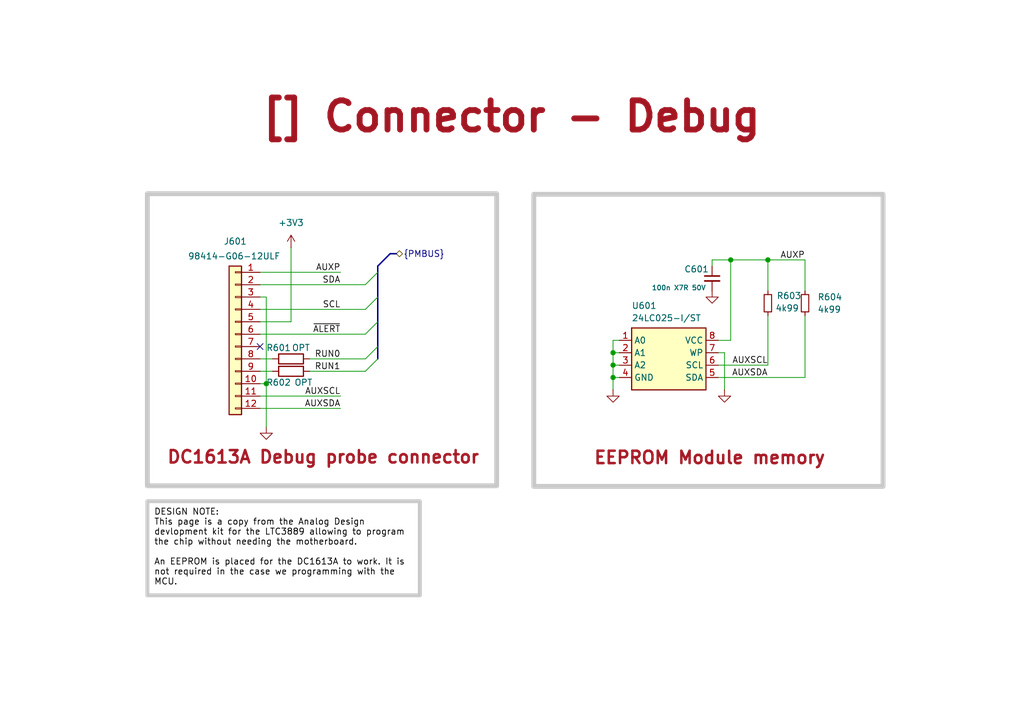
<source format=kicad_sch>
(kicad_sch (version 20231120) (generator "eeschema") (generator_version "8.0")
  (paper "A5")
  (title_block (title "Connector - Debug") (date "Last Modified Date") (rev "${REVISION}") (company "${COMPANY}"))
  (lib_symbols
    (symbol "Connector_Generic:Conn_01x12" (pin_names (offset 1.016) hide)
      (property "Reference" "J" (at 0 15.24 0))
      (property "Value" "Conn_01x12" (at 0 -17.78 0))
      (symbol "Conn_01x12_1_1"
        (rectangle (start -1.27 -15.113) (end 0 -15.367) (stroke (width 0.1524)))
        (rectangle (start -1.27 -12.573) (end 0 -12.827) (stroke (width 0.1524)))
        (rectangle (start -1.27 -10.033) (end 0 -10.287) (stroke (width 0.1524)))
        (rectangle (start -1.27 -7.493) (end 0 -7.747) (stroke (width 0.1524)))
        (rectangle (start -1.27 -4.953) (end 0 -5.207) (stroke (width 0.1524)))
        (rectangle (start -1.27 -2.413) (end 0 -2.667) (stroke (width 0.1524)))
        (rectangle (start -1.27 0.127) (end 0 -0.127) (stroke (width 0.1524)))
        (rectangle (start -1.27 2.667) (end 0 2.413) (stroke (width 0.1524)))
        (rectangle (start -1.27 5.207) (end 0 4.953) (stroke (width 0.1524)))
        (rectangle (start -1.27 7.747) (end 0 7.493) (stroke (width 0.1524)))
        (rectangle (start -1.27 10.287) (end 0 10.033) (stroke (width 0.1524)))
        (rectangle (start -1.27 12.827) (end 0 12.573) (stroke (width 0.1524)))
        (rectangle (start -1.27 13.97) (end 1.27 -16.51) (stroke (width 0.254)) (fill (type background)))
        (pin passive line (at -5.08 12.7 0) (length 3.81) (name "Pin_1") (number "1"))
        (pin passive line (at -5.08 -10.16 0) (length 3.81) (name "Pin_10") (number "10"))
        (pin passive line (at -5.08 -12.7 0) (length 3.81) (name "Pin_11") (number "11"))
        (pin passive line (at -5.08 -15.24 0) (length 3.81) (name "Pin_12") (number "12"))
        (pin passive line (at -5.08 10.16 0) (length 3.81) (name "Pin_2") (number "2"))
        (pin passive line (at -5.08 7.62 0) (length 3.81) (name "Pin_3") (number "3"))
        (pin passive line (at -5.08 5.08 0) (length 3.81) (name "Pin_4") (number "4"))
        (pin passive line (at -5.08 2.54 0) (length 3.81) (name "Pin_5") (number "5"))
        (pin passive line (at -5.08 0 0) (length 3.81) (name "Pin_6") (number "6"))
        (pin passive line (at -5.08 -2.54 0) (length 3.81) (name "Pin_7") (number "7"))
        (pin passive line (at -5.08 -5.08 0) (length 3.81) (name "Pin_8") (number "8"))
        (pin passive line (at -5.08 -7.62 0) (length 3.81) (name "Pin_9") (number "9"))
      )
    )
    (symbol "Device:C_Small" (pin_numbers hide) (pin_names (offset 0.254) hide)
      (property "Reference" "C" (at 0.254 1.778 0))
      (property "Value" "C_Small" (at 0.254 -2.032 0))
      (symbol "C_Small_0_1"
        (polyline (pts (xy -1.524 -0.508) (xy 1.524 -0.508)) (stroke (width 0.3302)))
        (polyline (pts (xy -1.524 0.508) (xy 1.524 0.508)) (stroke (width 0.3048)))
      )
      (symbol "C_Small_1_1"
        (pin passive line (at 0 2.54 270) (length 2.032) (name "~") (number "1"))
        (pin passive line (at 0 -2.54 90) (length 2.032) (name "~") (number "2"))
      )
    )
    (symbol "Device:R" (pin_numbers hide) (pin_names (offset 0))
      (property "Reference" "R" (at 2.032 0 90))
      (property "Value" "R" (at 0 0 90))
      (symbol "R_0_1"
        (rectangle (start -1.016 -2.54) (end 1.016 2.54) (stroke (width 0.254)))
      )
      (symbol "R_1_1"
        (pin passive line (at 0 3.81 270) (length 1.27) (name "~") (number "1"))
        (pin passive line (at 0 -3.81 90) (length 1.27) (name "~") (number "2"))
      )
    )
    (symbol "Device:R_Small" (pin_numbers hide) (pin_names (offset 0.254) hide)
      (property "Reference" "R" (at 0.762 0.508 0))
      (property "Value" "R_Small" (at 0.762 -1.016 0))
      (symbol "R_Small_0_1"
        (rectangle (start -0.762 1.778) (end 0.762 -1.778) (stroke (width 0.2032)))
      )
      (symbol "R_Small_1_1"
        (pin passive line (at 0 2.54 270) (length 0.762) (name "~") (number "1"))
        (pin passive line (at 0 -2.54 90) (length 0.762) (name "~") (number "2"))
      )
    )
    (symbol "Memory_EEPROM:24LC02"
      (property "Reference" "U1" (at -7.62 9.652 0))
      (property "Value" "24LC025-I/ST" (at -7.62 7.112 0))
      (symbol "24LC02_1_1"
        (rectangle (start -7.62 5.08) (end 7.62 -7.62) (stroke (width 0.254)) (fill (type background)))
        (pin input line (at -10.16 2.54 0) (length 2.54) (name "A0") (number "1"))
        (pin input line (at -10.16 0 0) (length 2.54) (name "A1") (number "2"))
        (pin input line (at -10.16 -2.54 0) (length 2.54) (name "A2") (number "3"))
        (pin power_in line (at -10.16 -5.08 0) (length 2.54) (name "GND") (number "4"))
        (pin bidirectional line (at 10.16 -5.08 180) (length 2.54) (name "SDA") (number "5"))
        (pin input line (at 10.16 -2.54 180) (length 2.54) (name "SCL") (number "6"))
        (pin input line (at 10.16 0 180) (length 2.54) (name "WP") (number "7"))
        (pin power_in line (at 10.16 2.54 180) (length 2.54) (name "VCC") (number "8"))
      )
    )
    (symbol "power:+3V3" (power) (pin_numbers hide) (pin_names (offset 0) hide)
      (property "Value" "+3V3" (at 0 3.556 0))
      (symbol "+3V3_0_1"
        (polyline (pts (xy -0.762 1.27) (xy 0 2.54)))
        (polyline (pts (xy 0 0) (xy 0 2.54)))
        (polyline (pts (xy 0 2.54) (xy 0.762 1.27)))
      )
      (symbol "+3V3_1_1"
        (pin power_in line (at 0 0 90) (length 0) (name "~") (number "1"))
      )
    )
    (symbol "power:GND" (power) (pin_numbers hide) (pin_names (offset 0) hide)
      (property "Value" "GND" (at 0 -3.81 0))
      (symbol "GND_0_1"
        (polyline (pts (xy 0 0) (xy 0 -1.27) (xy 1.27 -1.27) (xy 0 -2.54) (xy -1.27 -1.27) (xy 0 -1.27)))
      )
      (symbol "GND_1_1"
        (pin power_in line (at 0 0 270) (length 0) (name "~") (number "1"))
      )
    )
  )
  (junction (at 157.48 53.34))
  (junction (at 125.73 74.93))
  (junction (at 125.73 72.39))
  (junction (at 54.61 78.74))
  (junction (at 125.73 77.47))
  (junction (at 149.86 53.34))
  (no_connect (at 53.34 71.12))
  (bus_entry (at 74.93 76.2) (size 2.54 -2.54))
  (bus_entry (at 74.93 73.66) (size 2.54 -2.54))
  (bus_entry (at 74.93 68.58) (size 2.54 -2.54))
  (bus_entry (at 74.93 63.5) (size 2.54 -2.54))
  (bus_entry (at 74.93 58.42) (size 2.54 -2.54))
  (wire (pts (xy 59.69 50.8) (xy 59.69 66.04)))
  (wire (pts (xy 125.73 74.93) (xy 125.73 77.47)))
  (wire (pts (xy 127 69.85) (xy 125.73 69.85)))
  (wire (pts (xy 54.61 60.96) (xy 54.61 78.74)))
  (bus (pts (xy 77.47 55.88) (xy 77.47 60.96)))
  (bus (pts (xy 77.47 54.61) (xy 77.47 55.88)))
  (wire (pts (xy 125.73 72.39) (xy 127 72.39)))
  (wire (pts (xy 148.59 80.01) (xy 148.59 72.39)))
  (wire (pts (xy 149.86 53.34) (xy 146.05 53.34)))
  (wire (pts (xy 53.34 58.42) (xy 74.93 58.42)))
  (bus (pts (xy 80.01 52.07) (xy 77.47 54.61)))
  (wire (pts (xy 127 77.47) (xy 125.73 77.47)))
  (wire (pts (xy 125.73 72.39) (xy 125.73 74.93)))
  (wire (pts (xy 125.73 74.93) (xy 127 74.93)))
  (bus (pts (xy 77.47 71.12) (xy 77.47 73.66)))
  (wire (pts (xy 149.86 53.34) (xy 149.86 69.85)))
  (wire (pts (xy 125.73 69.85) (xy 125.73 72.39)))
  (wire (pts (xy 53.34 73.66) (xy 55.88 73.66)))
  (wire (pts (xy 157.48 59.69) (xy 157.48 53.34)))
  (wire (pts (xy 147.32 77.47) (xy 165.1 77.47)))
  (wire (pts (xy 125.73 77.47) (xy 125.73 80.01)))
  (wire (pts (xy 53.34 68.58) (xy 74.93 68.58)))
  (wire (pts (xy 53.34 78.74) (xy 54.61 78.74)))
  (wire (pts (xy 147.32 74.93) (xy 157.48 74.93)))
  (wire (pts (xy 63.5 76.2) (xy 74.93 76.2)))
  (wire (pts (xy 165.1 59.69) (xy 165.1 53.34)))
  (wire (pts (xy 165.1 53.34) (xy 157.48 53.34)))
  (wire (pts (xy 147.32 69.85) (xy 149.86 69.85)))
  (wire (pts (xy 53.34 55.88) (xy 69.85 55.88)))
  (wire (pts (xy 146.05 53.34) (xy 146.05 54.61)))
  (bus (pts (xy 77.47 66.04) (xy 77.47 71.12)))
  (wire (pts (xy 63.5 73.66) (xy 74.93 73.66)))
  (wire (pts (xy 157.48 64.77) (xy 157.48 74.93)))
  (wire (pts (xy 148.59 72.39) (xy 147.32 72.39)))
  (wire (pts (xy 53.34 60.96) (xy 54.61 60.96)))
  (wire (pts (xy 165.1 64.77) (xy 165.1 77.47)))
  (wire (pts (xy 53.34 66.04) (xy 59.69 66.04)))
  (wire (pts (xy 157.48 53.34) (xy 149.86 53.34)))
  (wire (pts (xy 53.34 76.2) (xy 55.88 76.2)))
  (wire (pts (xy 53.34 81.28) (xy 69.85 81.28)))
  (wire (pts (xy 53.34 63.5) (xy 74.93 63.5)))
  (bus (pts (xy 77.47 60.96) (xy 77.47 66.04)))
  (wire (pts (xy 53.34 83.82) (xy 69.85 83.82)))
  (bus (pts (xy 80.01 52.07) (xy 81.28 52.07)))
  (wire (pts (xy 54.61 78.74) (xy 54.61 87.63)))
  (rectangle (start 30.226 39.751) (end 101.854 99.695) (stroke (width 1) (color 200 200 200 1)))
  (rectangle (start 109.474 39.878) (end 181.102 99.822) (stroke (width 1) (color 200 200 200 1)))
  (text_box "DESIGN NOTE:\nThis page is a copy from the Analog Design devlopment kit for the LTC3889 allowing to program the chip without needing the motherboard. \n\nAn EEPROM is placed for the DC1613A to work. It is not required in the case we programming with the MCU." (at 30.226 102.87 0) (size 55.88 19.304) (stroke (width 0.8) (color 200 200 200 1)) (effects (font (size 1.27 1.27)) (justify left top)))
  (text_box "[${#}] ${TITLE}" (at 12.192 17.526 0) (size 185.42 12.7) (stroke (width -0.0001)) (effects (font (size 6 6) (thickness 1.2) (bold yes))))
  (text_box "DC1613A Debug probe connector" (at 30.734 89.535 0) (size 71.12 7.62) (stroke (width -0.0001)) (effects (font (size 2.54 2.54) (thickness 0.508) (bold yes)) (justify bottom)))
  (text_box "EEPROM Module memory" (at 109.982 89.662 0) (size 71.12 7.62) (stroke (width -0.0001)) (effects (font (size 2.54 2.54) (thickness 0.508) (bold yes)) (justify bottom)))
  (label "AUXSDA" (at 69.85 83.82 180))
  (label "SCL" (at 69.85 63.5 180))
  (label "RUN0" (at 69.85 73.66 180))
  (label "AUXP" (at 69.85 55.88 180))
  (label "RUN1" (at 69.85 76.2 180))
  (label "AUXP" (at 165.1 53.34 180))
  (label "AUXSCL" (at 69.85 81.28 180))
  (label "SDA" (at 69.85 58.42 180))
  (label "~{ALERT}" (at 69.85 68.58 180))
  (label "AUXSCL" (at 157.48 74.93 180))
  (label "AUXSDA" (at 157.48 77.47 180))
  (hierarchical_label "{PMBUS}" (shape bidirectional) (at 81.28 52.07 0))
  (symbol (lib_id "Device:R") (at 59.69 73.66 90) (unit 1)
    (property "Reference" "R601" (at 57.15 71.374 90))
    (property "Value" "OPT" (at 61.722 71.374 90))
    (property "Description" "Resistor" (effects (hide yes)))
  )
  (symbol (lib_id "Device:R_Small") (at 157.48 62.23 0) (unit 1)
    (property "Reference" "R603" (at 159.258 60.706 0) (effects (justify left)))
    (property "Value" "4k99" (at 159.004 63.246 0) (effects (justify left)))
    (property "Description" "Resistor, small symbol" (effects (hide yes)))
  )
  (symbol (lib_id "power:GND") (at 54.61 87.63 0) (unit 1)
    (property "Reference" "#PWR0601" (effects (hide yes)))
    (property "Value" "GND" (effects (hide yes)))
    (property "Description" "Power symbol creates a global label with name \"GND\" , ground" (effects (hide yes)))
  )
  (symbol (lib_id "Memory_EEPROM:24LC02") (at 137.16 72.39 0) (unit 1)
    (property "Reference" "U601" (at 129.54 62.738 0) (effects (justify left)))
    (property "Value" "24LC025-I/ST" (at 129.54 65.278 0) (effects (justify left)))
    (property "Datasheet" "http://ww1.microchip.com/downloads/en/DeviceDoc/21709c.pdf" (effects (hide yes)))
    (property "Description" "I2C Serial EEPROM, 2Kb, DIP-8/SOIC-8/TSSOP-8/DFN-8" (effects (hide yes)))
  )
  (symbol (lib_id "power:GND") (at 148.59 80.01 0) (unit 1)
    (property "Reference" "#PWR0605" (effects (hide yes)))
    (property "Value" "GND" (effects (hide yes)))
    (property "Description" "Power symbol creates a global label with name \"GND\" , ground" (effects (hide yes)))
  )
  (symbol (lib_id "Device:R") (at 59.69 76.2 90) (unit 1)
    (property "Reference" "R602" (at 57.15 78.486 90))
    (property "Value" "OPT" (at 62.23 78.486 90))
    (property "Description" "Resistor" (effects (hide yes)))
  )
  (symbol (lib_id "power:GND") (at 146.05 59.69 0) (unit 1)
    (property "Reference" "#PWR0604" (effects (hide yes)))
    (property "Value" "GND" (effects (hide yes)))
    (property "Description" "Power symbol creates a global label with name \"GND\" , ground" (effects (hide yes)))
  )
  (symbol (lib_id "power:GND") (at 125.73 80.01 0) (unit 1)
    (property "Reference" "#PWR0603" (effects (hide yes)))
    (property "Value" "GND" (effects (hide yes)))
    (property "Description" "Power symbol creates a global label with name \"GND\" , ground" (effects (hide yes)))
  )
  (symbol (lib_id "power:+3V3") (at 59.69 50.8 0) (unit 1)
    (property "Reference" "#PWR0602" (effects (hide yes)))
    (property "Value" "+3V3" (at 59.69 45.72 0))
    (property "Description" "Power symbol creates a global label with name \"+3V3\"" (effects (hide yes)))
  )
  (symbol (lib_id "Device:C_Small") (at 146.05 57.15 0) (mirror y) (unit 1)
    (property "Reference" "C601" (at 145.415 55.245 0) (effects (justify left)))
    (property "Value" "100n X7R 50V" (at 144.78 59.055 0) (effects (font (size 1 1)) (justify left)))
    (property "Footprint" "0_capacitor_smd:C_0402_1005_DensityHigh" (effects (hide yes)))
    (property "Datasheet" "https://search.murata.co.jp/Ceramy/image/img/A01X/G101/ENG/GCM155R71H104KE02-01.pdf" (effects (hide yes)))
    (property "Description" "0.1 µF ±10% 50V Ceramic Capacitor X7R 0402 (1005 Metric)" (effects (hide yes)))
    (property "Manufacturer" "Murata Electronics" (effects (hide yes)))
    (property "Manufacturer Part Number" "GCM155R71H104KE02J" (effects (hide yes)))
    (property "Supplier 1" "Digikey" (effects (hide yes)))
    (property "Supplier Part Number 1" "490-14514-1-ND" (effects (hide yes)))
  )
  (symbol (lib_id "Connector_Generic:Conn_01x12") (at 48.26 68.58 0) (mirror y) (unit 1)
    (property "Reference" "J601" (at 48.26 49.53 0))
    (property "Value" "98414-G06-12ULF" (at 48.006 52.578 0))
    (property "Description" "Generic connector, single row, 01x12, script generated (kicad-library-utils/schlib/autogen/connector/)" (effects (hide yes)))
  )
  (symbol (lib_id "Device:R_Small") (at 165.1 62.23 0) (unit 1)
    (property "Reference" "R604" (at 167.64 60.9599 0) (effects (justify left)))
    (property "Value" "4k99" (at 167.64 63.4999 0) (effects (justify left)))
    (property "Description" "Resistor, small symbol" (effects (hide yes)))
  )
)
</source>
